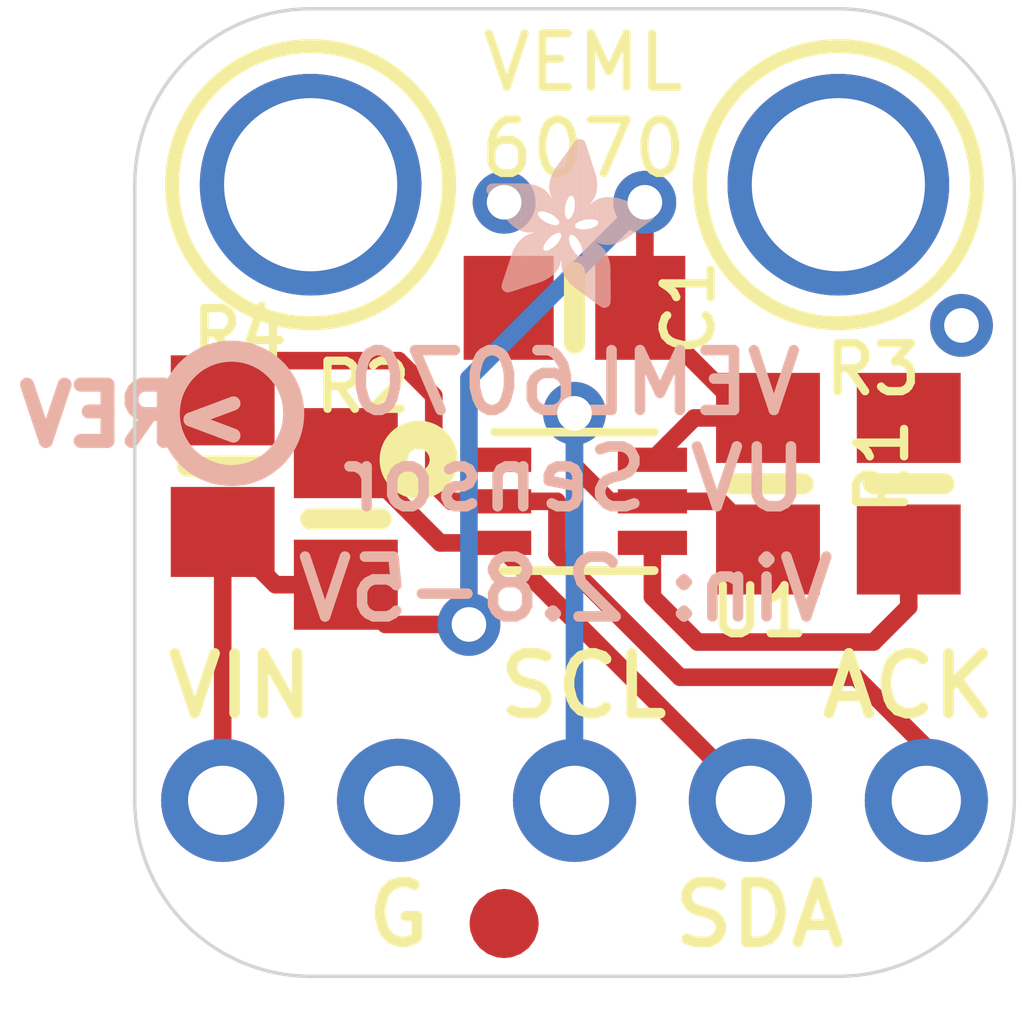
<source format=kicad_pcb>
(kicad_pcb (version 20211014) (generator pcbnew)
  (layers (0 "F.Cu" signal) (31 "B.Cu" signal) (34 "B.Paste" user) (35 "F.Paste" user) (36 "B.SilkS" user "B.Silkscreen") (37 "F.SilkS" user "F.Silkscreen") (38 "B.Mask" user) (39 "F.Mask" user) (44 "Edge.Cuts" user))
  (net 0 "")
  (net 1 "VDD")
  (net 2 "GND")
  (net 3 "SCL")
  (net 4 "SDA")
  (net 5 "ACK")
  (net 6 "SET")
  (footprint "boardEagle:MOUNTINGHOLE_2.5_PLATED" (layer "F.Cu") (at 152.3111 100.5586)
    (fp_text reference "U$11" hide)
    (fp_text value "MOUNTINGHOLE2.5" hide)
    (pad "P$1" thru_hole circle (at 0 0) (size 3.2 3.2) (drill 2.5) (layers *.Cu *.Mask))
  )
  (footprint "boardEagle:FIDUCIAL_1MM" (layer "F.Cu") (at 147.4851 111.2266)
    (fp_text reference "FID1" hide)
    (fp_text value "FIDUCIAL\"\"" hide)
    (pad "1" smd roundrect (at 0 0) (size 1 1) (layers "F.Cu" "F.Mask") (roundrect_rratio 0.5))
  )
  (footprint "boardEagle:1X05_ROUND_70" (layer "F.Cu") (at 148.5011 109.4486)
    (fp_text reference "JP1" hide)
    (fp_text value "")
    (pad "1" thru_hole circle (at -5.08 0 90) (size 1.778 1.778) (drill 1) (layers *.Cu *.Mask) (net 1 "VDD"))
    (pad "2" thru_hole circle (at -2.54 0 90) (size 1.778 1.778) (drill 1) (layers *.Cu *.Mask) (net 2 "GND"))
    (pad "3" thru_hole circle (at 0 0 90) (size 1.778 1.778) (drill 1) (layers *.Cu *.Mask) (net 3 "SCL"))
    (pad "4" thru_hole circle (at 2.54 0 90) (size 1.778 1.778) (drill 1) (layers *.Cu *.Mask) (net 4 "SDA"))
    (pad "5" thru_hole circle (at 5.08 0 90) (size 1.778 1.778) (drill 1) (layers *.Cu *.Mask) (net 5 "ACK"))
  )
  (footprint "boardEagle:0805-NO" (layer "F.Cu") (at 148.5011 102.3366 180)
    (fp_text reference "C1" (at -1.651 0.762 90) (layer "F.SilkS") (effects (font (size 0.692831 0.692831) (thickness 0.119969)) (justify right)))
    (fp_text value "10uF")
    (pad "1" smd rect (at -0.95 0 180) (size 1.3 1.5) (layers "F.Cu" "F.Paste" "F.Mask") (net 1 "VDD"))
    (pad "2" smd rect (at 0.95 0 180) (size 1.3 1.5) (layers "F.Cu" "F.Paste" "F.Mask") (net 2 "GND"))
  )
  (footprint "boardEagle:0805-NO" (layer "F.Cu") (at 143.4211 104.6226 -90)
    (fp_text reference "R4" (at -1.905 0.508) (layer "F.SilkS") (effects (font (size 0.692831 0.692831) (thickness 0.119969)) (justify left)))
    (fp_text value "10K")
    (pad "1" smd rect (at -0.95 0 270) (size 1.3 1.5) (layers "F.Cu" "F.Paste" "F.Mask") (net 5 "ACK"))
    (pad "2" smd rect (at 0.95 0 270) (size 1.3 1.5) (layers "F.Cu" "F.Paste" "F.Mask") (net 1 "VDD"))
  )
  (footprint "boardEagle:0805-NO" (layer "F.Cu") (at 151.2951 104.8766 90)
    (fp_text reference "R1" (at -0.508 1.651 90) (layer "F.SilkS") (effects (font (size 0.692831 0.692831) (thickness 0.119969)) (justify left)))
    (fp_text value "10K")
    (pad "1" smd rect (at -0.95 0 90) (size 1.3 1.5) (layers "F.Cu" "F.Paste" "F.Mask") (net 3 "SCL"))
    (pad "2" smd rect (at 0.95 0 90) (size 1.3 1.5) (layers "F.Cu" "F.Paste" "F.Mask") (net 1 "VDD"))
  )
  (footprint "boardEagle:MOUNTINGHOLE_2.5_PLATED" (layer "F.Cu") (at 144.6911 100.5586)
    (fp_text reference "U$10" hide)
    (fp_text value "MOUNTINGHOLE2.5" hide)
    (pad "P$1" thru_hole circle (at 0 0) (size 3.2 3.2) (drill 2.5) (layers *.Cu *.Mask))
  )
  (footprint "boardEagle:0805-NO" (layer "F.Cu") (at 145.1991 105.3846 -90)
    (fp_text reference "R2" (at -1.905 0.508) (layer "F.SilkS") (effects (font (size 0.692831 0.692831) (thickness 0.119969)) (justify left)))
    (fp_text value "10K")
    (pad "1" smd rect (at -0.95 0 270) (size 1.3 1.5) (layers "F.Cu" "F.Paste" "F.Mask") (net 4 "SDA"))
    (pad "2" smd rect (at 0.95 0 270) (size 1.3 1.5) (layers "F.Cu" "F.Paste" "F.Mask") (net 1 "VDD"))
  )
  (footprint "boardEagle:0805-NO" (layer "F.Cu") (at 153.3271 104.8766 -90)
    (fp_text reference "R3" (at -1.651 1.27) (layer "F.SilkS") (effects (font (size 0.692831 0.692831) (thickness 0.119969)) (justify left)))
    (fp_text value "270K")
    (pad "1" smd rect (at -0.95 0 270) (size 1.3 1.5) (layers "F.Cu" "F.Paste" "F.Mask") (net 2 "GND"))
    (pad "2" smd rect (at 0.95 0 270) (size 1.3 1.5) (layers "F.Cu" "F.Paste" "F.Mask") (net 6 "SET"))
  )
  (footprint "boardEagle:VEML6070" (layer "F.Cu") (at 148.5011 105.1306)
    (fp_text reference "U1" (at 1.897 1.59) (layer "F.SilkS") (effects (font (size 0.692831 0.692831) (thickness 0.119969)) (justify left)))
    (fp_text value "VEML6070")
    (pad "1" smd rect (at -1.125 -0.6) (size 1 0.35) (layers "F.Cu" "F.Paste" "F.Mask") (net 2 "GND"))
    (pad "2" smd rect (at -1.125 0) (size 1 0.35) (layers "F.Cu" "F.Paste" "F.Mask") (net 5 "ACK"))
    (pad "3" smd rect (at -1.125 0.6) (size 1 0.35) (layers "F.Cu" "F.Paste" "F.Mask") (net 4 "SDA"))
    (pad "4" smd rect (at 1.125 0.6) (size 1 0.35) (layers "F.Cu" "F.Paste" "F.Mask") (net 6 "SET"))
    (pad "5" smd rect (at 1.125 0) (size 1 0.35) (layers "F.Cu" "F.Paste" "F.Mask") (net 3 "SCL"))
    (pad "6" smd rect (at 1.125 -0.6) (size 1 0.35) (layers "F.Cu" "F.Paste" "F.Mask") (net 1 "VDD"))
  )
  (footprint "boardEagle:ADAFRUIT_2.5MM" (layer "B.Cu") (at 147.2311 102.3366 90)
    (fp_text reference "U$14" hide)
    (fp_text value "" hide)
  )
  (footprint "boardEagle:PCBFEAT-REV-040" (layer "B.Cu") (at 143.5481 103.8606 180)
    (fp_text reference "U$2" hide)
    (fp_text value "" hide)
    (fp_text user ">REV" (at -0.3556 -0.508) (layer "B.SilkS") (effects (font (size 0.8128 0.8128) (thickness 0.2032)) (justify left bottom mirror)))
  )
  (gr_line (start 144.6911 98.0186) (end 152.3111 98.0186) (layer "Edge.Cuts") (width 0.05))
  (gr_line (start 152.3111 111.9886) (end 144.6911 111.9886) (layer "Edge.Cuts") (width 0.05))
  (gr_line (start 154.8511 100.5586) (end 154.8511 109.4486) (layer "Edge.Cuts") (width 0.05))
  (gr_arc (start 154.8511 109.4486) (mid 154.107151 111.244651) (end 152.3111 111.9886) (layer "Edge.Cuts") (width 0.05))
  (gr_line (start 142.1511 109.4486) (end 142.1511 100.5586) (layer "Edge.Cuts") (width 0.05))
  (gr_arc (start 152.3111 98.0186) (mid 154.107151 98.762549) (end 154.8511 100.5586) (layer "Edge.Cuts") (width 0.05))
  (gr_arc (start 144.6911 111.9886) (mid 142.895049 111.244651) (end 142.1511 109.4486) (layer "Edge.Cuts") (width 0.05))
  (gr_arc (start 142.1511 100.5586) (mid 142.895049 98.762549) (end 144.6911 98.0186) (layer "Edge.Cuts") (width 0.05))
  (gr_text "VEML6070\nUV Sensor" (at 148.5011 104.1146) (layer "B.SilkS") (effects (font (size 0.8636 0.8636) (thickness 0.1524)) (justify mirror)))
  (gr_text "Vin: 2.8-5V" (at 148.3741 106.4006) (layer "B.SilkS") (effects (font (size 0.8636 0.8636) (thickness 0.1524)) (justify mirror)))
  (gr_text "ACK" (at 153.3271 107.7976) (layer "F.SilkS") (effects (font (size 0.8636 0.8636) (thickness 0.1524))))
  (gr_text "SDA" (at 151.1681 111.0996) (layer "F.SilkS") (effects (font (size 0.8636 0.8636) (thickness 0.1524))))
  (gr_text "VIN" (at 143.6751 107.7976) (layer "F.SilkS") (effects (font (size 0.8636 0.8636) (thickness 0.1524))))
  (gr_text "SCL" (at 148.6281 107.7976) (layer "F.SilkS") (effects (font (size 0.8636 0.8636) (thickness 0.1524))))
  (gr_text "G" (at 145.9611 111.0996) (layer "F.SilkS") (effects (font (size 0.8636 0.8636) (thickness 0.1524))))
  (gr_text "VEML\n6070" (at 148.6281 99.4156) (layer "F.SilkS") (effects (font (size 0.77343 0.77343) (thickness 0.11557))))
  (segment (start 145.7731 106.9086) (end 146.9771 106.9086) (width 0.254) (layer "F.Cu") (net 1))
  (segment (start 143.4211 105.5726) (end 143.4211 109.4486) (width 0.254) (layer "F.Cu") (net 1))
  (segment (start 149.5171 102.5246) (end 149.4511 102.3366) (width 0.254) (layer "F.Cu") (net 1))
  (segment (start 150.2301 103.9266) (end 149.6261 104.5306) (width 0.254) (layer "F.Cu") (net 1))
  (segment (start 145.1991 106.3346) (end 145.7731 106.9086) (width 0.254) (layer "F.Cu") (net 1))
  (segment (start 151.2951 103.9266) (end 150.2301 103.9266) (width 0.254) (layer "F.Cu") (net 1))
  (segment (start 151.0411 103.9266) (end 151.2951 103.9266) (width 0.254) (layer "F.Cu") (net 1))
  (segment (start 144.1831 106.3346) (end 143.4211 105.5726) (width 0.254) (layer "F.Cu") (net 1))
  (segment (start 145.1991 106.3346) (end 144.1831 106.3346) (width 0.254) (layer "F.Cu") (net 1))
  (segment (start 149.4511 102.3366) (end 151.0411 103.9266) (width 0.254) (layer "F.Cu") (net 1))
  (segment (start 149.5171 100.8126) (end 149.5171 102.5246) (width 0.254) (layer "F.Cu") (net 1))
  (via (at 149.5171 100.8126) (size 0.9064) (drill 0.5) (layers "F.Cu" "B.Cu") (net 1))
  (via (at 146.9771 106.9086) (size 0.9064) (drill 0.5) (layers "F.Cu" "B.Cu") (net 1))
  (segment (start 146.9771 106.9086) (end 146.9771 103.3526) (width 0.254) (layer "B.Cu") (net 1))
  (segment (start 146.9771 103.3526) (end 149.5171 100.8126) (width 0.254) (layer "B.Cu") (net 1))
  (via (at 154.0891 102.5906) (size 0.9064) (drill 0.5) (layers "F.Cu" "B.Cu") (net 2))
  (via (at 147.4851 100.8126) (size 0.9064) (drill 0.5) (layers "F.Cu" "B.Cu") (net 2))
  (segment (start 149.0091 105.1306) (end 148.5011 104.6226) (width 0.254) (layer "F.Cu") (net 3))
  (segment (start 150.5991 105.1306) (end 151.2951 105.8266) (width 0.254) (layer "F.Cu") (net 3))
  (segment (start 148.5011 104.6226) (end 148.5011 103.8606) (width 0.254) (layer "F.Cu") (net 3))
  (segment (start 149.6261 105.1306) (end 150.5991 105.1306) (width 0.254) (layer "F.Cu") (net 3))
  (segment (start 149.6261 105.1306) (end 149.0091 105.1306) (width 0.254) (layer "F.Cu") (net 3))
  (via (at 148.5011 103.8606) (size 0.9064) (drill 0.5) (layers "F.Cu" "B.Cu") (net 3))
  (segment (start 148.5011 103.8606) (end 148.5011 109.4486) (width 0.254) (layer "B.Cu") (net 3))
  (segment (start 147.3761 105.7306) (end 151.0411 109.3956) (width 0.254) (layer "F.Cu") (net 4))
  (segment (start 145.2651 104.4346) (end 146.5611 105.7306) (width 0.254) (layer "F.Cu") (net 4))
  (segment (start 145.1991 104.4346) (end 145.2651 104.4346) (width 0.254) (layer "F.Cu") (net 4))
  (segment (start 146.5611 105.7306) (end 147.3761 105.7306) (width 0.254) (layer "F.Cu") (net 4))
  (segment (start 151.0411 109.3956) (end 151.0411 109.4486) (width 0.254) (layer "F.Cu") (net 4))
  (segment (start 150.0251 107.6706) (end 152.5651 107.6706) (width 0.254) (layer "F.Cu") (net 5))
  (segment (start 146.4691 103.6066) (end 146.4691 104.8766) (width 0.254) (layer "F.Cu") (net 5))
  (segment (start 147.3761 105.1306) (end 148.2471 105.1306) (width 0.254) (layer "F.Cu") (net 5))
  (segment (start 146.7231 105.1306) (end 147.3761 105.1306) (width 0.254) (layer "F.Cu") (net 5))
  (segment (start 144.1831 103.0986) (end 145.9611 103.0986) (width 0.254) (layer "F.Cu") (net 5))
  (segment (start 145.9611 103.0986) (end 146.4691 103.6066) (width 0.254) (layer "F.Cu") (net 5))
  (segment (start 146.4691 104.8766) (end 146.7231 105.1306) (width 0.254) (layer "F.Cu") (net 5))
  (segment (start 148.2471 105.1306) (end 148.2471 105.8926) (width 0.254) (layer "F.Cu") (net 5))
  (segment (start 153.5811 108.6866) (end 153.5811 109.4486) (width 0.254) (layer "F.Cu") (net 5))
  (segment (start 152.5651 107.6706) (end 153.5811 108.6866) (width 0.254) (layer "F.Cu") (net 5))
  (segment (start 143.4211 103.6726) (end 143.6091 103.6726) (width 0.254) (layer "F.Cu") (net 5))
  (segment (start 143.6091 103.6726) (end 144.1831 103.0986) (width 0.254) (layer "F.Cu") (net 5))
  (segment (start 148.2471 105.8926) (end 150.0251 107.6706) (width 0.254) (layer "F.Cu") (net 5))
  (segment (start 153.3271 106.6546) (end 153.3271 105.8266) (width 0.254) (layer "F.Cu") (net 6))
  (segment (start 149.6261 106.5096) (end 150.2791 107.1626) (width 0.254) (layer "F.Cu") (net 6))
  (segment (start 152.8191 107.1626) (end 153.3271 106.6546) (width 0.254) (layer "F.Cu") (net 6))
  (segment (start 150.2791 107.1626) (end 152.8191 107.1626) (width 0.254) (layer "F.Cu") (net 6))
  (segment (start 149.6261 105.7306) (end 149.6261 106.5096) (width 0.254) (layer "F.Cu") (net 6))
)
</source>
